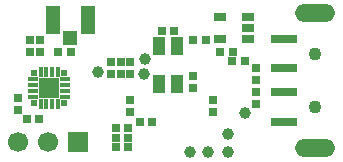
<source format=gts>
%FSLAX44Y44*%
%MOMM*%
G71*
G01*
G75*
G04 Layer_Color=8388736*
%ADD10R,0.5000X0.6000*%
%ADD11R,1.0500X2.2000*%
%ADD12R,1.0000X1.0000*%
%ADD13R,0.5500X0.6000*%
%ADD14R,0.6000X0.5500*%
%ADD15R,0.9000X1.3000*%
%ADD16R,0.2500X0.6100*%
%ADD17R,0.6100X0.2500*%
%ADD18R,1.6000X1.6000*%
%ADD19R,0.2800X0.2800*%
%ADD20R,0.8000X0.6000*%
%ADD21R,2.1000X0.5000*%
%ADD22C,0.2032*%
%ADD23C,0.2540*%
%ADD24C,1.5000*%
%ADD25R,1.5000X1.5000*%
%ADD26C,1.1000*%
%ADD27O,3.2000X1.3000*%
%ADD28O,3.2000X1.3000*%
%ADD29C,0.6096*%
%ADD30C,0.8000*%
%ADD31O,1.8000X0.3000*%
%ADD32O,0.3000X1.8000*%
%ADD33R,1.5000X0.8000*%
%ADD34R,0.8000X1.5000*%
%ADD35R,0.7000X0.8000*%
%ADD36R,1.2500X2.4000*%
%ADD37R,1.2000X1.2000*%
%ADD38R,0.7500X0.8000*%
%ADD39R,0.8000X0.7500*%
%ADD40R,1.1000X1.5000*%
%ADD41R,0.4500X0.8100*%
%ADD42R,0.8100X0.4500*%
%ADD43R,1.8000X1.8000*%
%ADD44R,0.4800X0.4800*%
%ADD45R,1.0000X0.8000*%
%ADD46R,2.3000X0.7000*%
%ADD47C,1.7000*%
%ADD48R,1.7000X1.7000*%
%ADD49O,3.4000X1.5000*%
%ADD50O,3.4000X1.5000*%
%ADD51C,1.0000*%
%ADD52C,0.8096*%
D26*
X1751000Y991510D02*
D03*
Y946510D02*
D03*
D35*
X1518920Y1003220D02*
D03*
Y993220D02*
D03*
D36*
X1559100Y1019810D02*
D03*
X1529540Y1019879D02*
D03*
D37*
X1544320Y1004810D02*
D03*
D38*
X1544490Y993140D02*
D03*
X1533990D02*
D03*
X1603264Y933450D02*
D03*
X1613763D02*
D03*
X1658790Y1003300D02*
D03*
X1648290D02*
D03*
X1593004Y928370D02*
D03*
X1582504D02*
D03*
X1593004Y920242D02*
D03*
X1582504D02*
D03*
X1593004Y912114D02*
D03*
X1582504D02*
D03*
X1507320Y935990D02*
D03*
X1517820D02*
D03*
X1671150Y993140D02*
D03*
X1681650D02*
D03*
X1691810Y985520D02*
D03*
X1681310D02*
D03*
X1621620Y1010920D02*
D03*
X1632120D02*
D03*
D39*
X1664970Y942170D02*
D03*
Y952670D02*
D03*
X1595120Y942170D02*
D03*
Y952670D02*
D03*
X1509776Y992970D02*
D03*
Y1003470D02*
D03*
X1701800Y959020D02*
D03*
Y948520D02*
D03*
Y979340D02*
D03*
Y968840D02*
D03*
X1499870Y943440D02*
D03*
Y953940D02*
D03*
X1586738Y973920D02*
D03*
Y984420D02*
D03*
X1595120Y973920D02*
D03*
Y984420D02*
D03*
X1578610D02*
D03*
Y973920D02*
D03*
X1648460Y972990D02*
D03*
Y962490D02*
D03*
D40*
X1634370Y965710D02*
D03*
X1619370D02*
D03*
Y997710D02*
D03*
X1634370D02*
D03*
D41*
X1534040Y976210D02*
D03*
X1529040D02*
D03*
X1524040D02*
D03*
X1519040D02*
D03*
Y949110D02*
D03*
X1524040D02*
D03*
X1529040D02*
D03*
X1534040D02*
D03*
D42*
X1512990Y970160D02*
D03*
Y965160D02*
D03*
Y960160D02*
D03*
Y955160D02*
D03*
X1540090D02*
D03*
Y960160D02*
D03*
Y965160D02*
D03*
Y970160D02*
D03*
D43*
X1526540Y962660D02*
D03*
D44*
X1539190Y975310D02*
D03*
Y950010D02*
D03*
X1513890Y975310D02*
D03*
Y950010D02*
D03*
D45*
X1694750Y1003960D02*
D03*
Y1013460D02*
D03*
Y1022960D02*
D03*
X1670750D02*
D03*
Y1003960D02*
D03*
D46*
X1725000Y1004010D02*
D03*
Y979010D02*
D03*
Y959010D02*
D03*
Y934010D02*
D03*
D47*
X1500124Y916432D02*
D03*
X1525524D02*
D03*
D48*
X1550924D02*
D03*
D49*
X1751000Y1026010D02*
D03*
D50*
Y912010D02*
D03*
D51*
X1567688Y976376D02*
D03*
X1606550Y973920D02*
D03*
X1692148Y941578D02*
D03*
X1661160Y908050D02*
D03*
X1677670D02*
D03*
X1645920D02*
D03*
X1677670Y923290D02*
D03*
X1607566Y987298D02*
D03*
D52*
X1522730Y966470D02*
D03*
X1530350D02*
D03*
X1522730Y958850D02*
D03*
X1530350D02*
D03*
M02*

</source>
